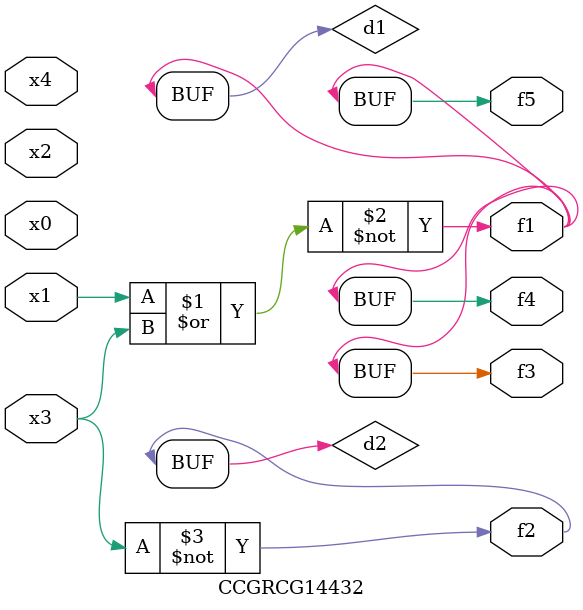
<source format=v>
module CCGRCG14432(
	input x0, x1, x2, x3, x4,
	output f1, f2, f3, f4, f5
);

	wire d1, d2;

	nor (d1, x1, x3);
	not (d2, x3);
	assign f1 = d1;
	assign f2 = d2;
	assign f3 = d1;
	assign f4 = d1;
	assign f5 = d1;
endmodule

</source>
